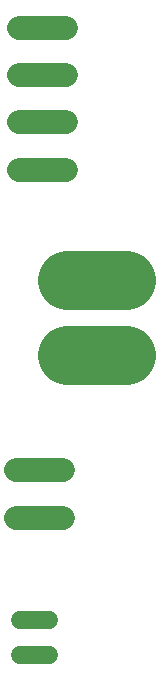
<source format=gtp>
G04 Layer: TopPasteMaskLayer*
G04 EasyEDA v6.4.19.4, 2021-09-18T03:44:13+08:00*
G04 1fc8be4444e141828a02f3c2f3ba565e,119f753a6ce64b8d841f2ad33262ab0c,10*
G04 Gerber Generator version 0.2*
G04 Scale: 100 percent, Rotated: No, Reflected: No *
G04 Dimensions in millimeters *
G04 leading zeros omitted , absolute positions ,4 integer and 5 decimal *
%FSLAX45Y45*%
%MOMM*%

%ADD11C,2.0000*%
%ADD13C,1.5000*%
%ADD14C,5.0000*%

%LPD*%
D11*
X536600Y6565900D02*
G01*
X936599Y6565900D01*
D13*
X548098Y1257300D02*
G01*
X798101Y1257300D01*
X548098Y1557299D02*
G01*
X798101Y1557299D01*
D14*
X943800Y4432300D02*
G01*
X1443799Y4432300D01*
X943800Y3797300D02*
G01*
X1443799Y3797300D01*
D11*
X536600Y5365902D02*
G01*
X936599Y5365902D01*
X536600Y5765901D02*
G01*
X936599Y5765901D01*
X536600Y6165900D02*
G01*
X936599Y6165900D01*
X511200Y2819400D02*
G01*
X911199Y2819400D01*
X511200Y2419400D02*
G01*
X911199Y2419400D01*
M02*

</source>
